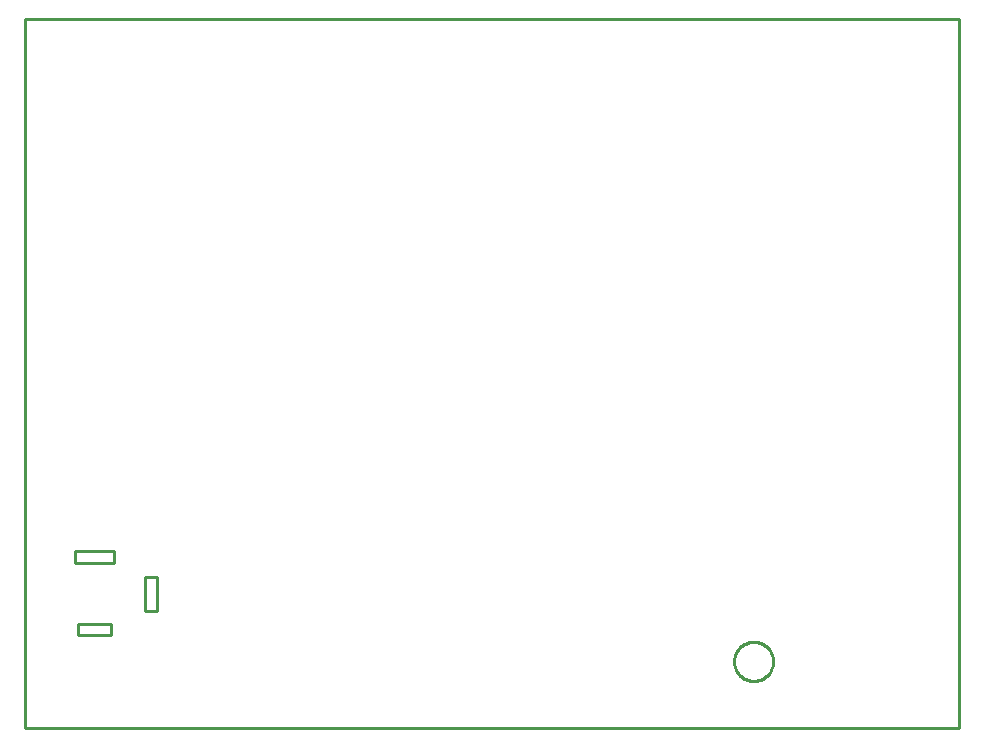
<source format=gbr>
G04 EAGLE Gerber RS-274X export*
G75*
%MOMM*%
%FSLAX34Y34*%
%LPD*%
%IN*%
%IPPOS*%
%AMOC8*
5,1,8,0,0,1.08239X$1,22.5*%
G01*
%ADD10C,0.254000*%


D10*
X0Y0D02*
X790450Y0D01*
X790450Y600000D01*
X0Y600000D01*
X0Y0D01*
X44650Y78200D02*
X72650Y78200D01*
X72650Y88200D01*
X44650Y88200D01*
X44650Y78200D01*
X42150Y139200D02*
X75150Y139200D01*
X75150Y149200D01*
X42150Y149200D01*
X42150Y139200D01*
X101650Y99200D02*
X111650Y99200D01*
X111650Y127200D01*
X101650Y127200D01*
X101650Y99200D01*
X616470Y39640D02*
X615391Y39711D01*
X614319Y39852D01*
X613259Y40063D01*
X612215Y40342D01*
X611191Y40690D01*
X610193Y41104D01*
X609223Y41582D01*
X608287Y42122D01*
X607388Y42723D01*
X606531Y43381D01*
X605718Y44094D01*
X604954Y44858D01*
X604241Y45671D01*
X603583Y46528D01*
X602982Y47427D01*
X602442Y48363D01*
X601964Y49333D01*
X601550Y50331D01*
X601202Y51355D01*
X600923Y52399D01*
X600712Y53459D01*
X600571Y54531D01*
X600500Y55610D01*
X600500Y56690D01*
X600571Y57769D01*
X600712Y58841D01*
X600923Y59901D01*
X601202Y60945D01*
X601550Y61969D01*
X601964Y62967D01*
X602442Y63937D01*
X602982Y64873D01*
X603583Y65772D01*
X604241Y66629D01*
X604954Y67442D01*
X605718Y68207D01*
X606531Y68919D01*
X607388Y69577D01*
X608287Y70178D01*
X609223Y70718D01*
X610193Y71196D01*
X611191Y71610D01*
X612215Y71958D01*
X613259Y72237D01*
X614319Y72448D01*
X615391Y72589D01*
X616470Y72660D01*
X617550Y72660D01*
X618629Y72589D01*
X619701Y72448D01*
X620761Y72237D01*
X621805Y71958D01*
X622829Y71610D01*
X623827Y71196D01*
X624797Y70718D01*
X625733Y70178D01*
X626632Y69577D01*
X627489Y68919D01*
X628302Y68207D01*
X629067Y67442D01*
X629779Y66629D01*
X630437Y65772D01*
X631038Y64873D01*
X631578Y63937D01*
X632056Y62967D01*
X632470Y61969D01*
X632818Y60945D01*
X633097Y59901D01*
X633308Y58841D01*
X633449Y57769D01*
X633520Y56690D01*
X633520Y55610D01*
X633449Y54531D01*
X633308Y53459D01*
X633097Y52399D01*
X632818Y51355D01*
X632470Y50331D01*
X632056Y49333D01*
X631578Y48363D01*
X631038Y47427D01*
X630437Y46528D01*
X629779Y45671D01*
X629067Y44858D01*
X628302Y44094D01*
X627489Y43381D01*
X626632Y42723D01*
X625733Y42122D01*
X624797Y41582D01*
X623827Y41104D01*
X622829Y40690D01*
X621805Y40342D01*
X620761Y40063D01*
X619701Y39852D01*
X618629Y39711D01*
X617550Y39640D01*
X616470Y39640D01*
M02*

</source>
